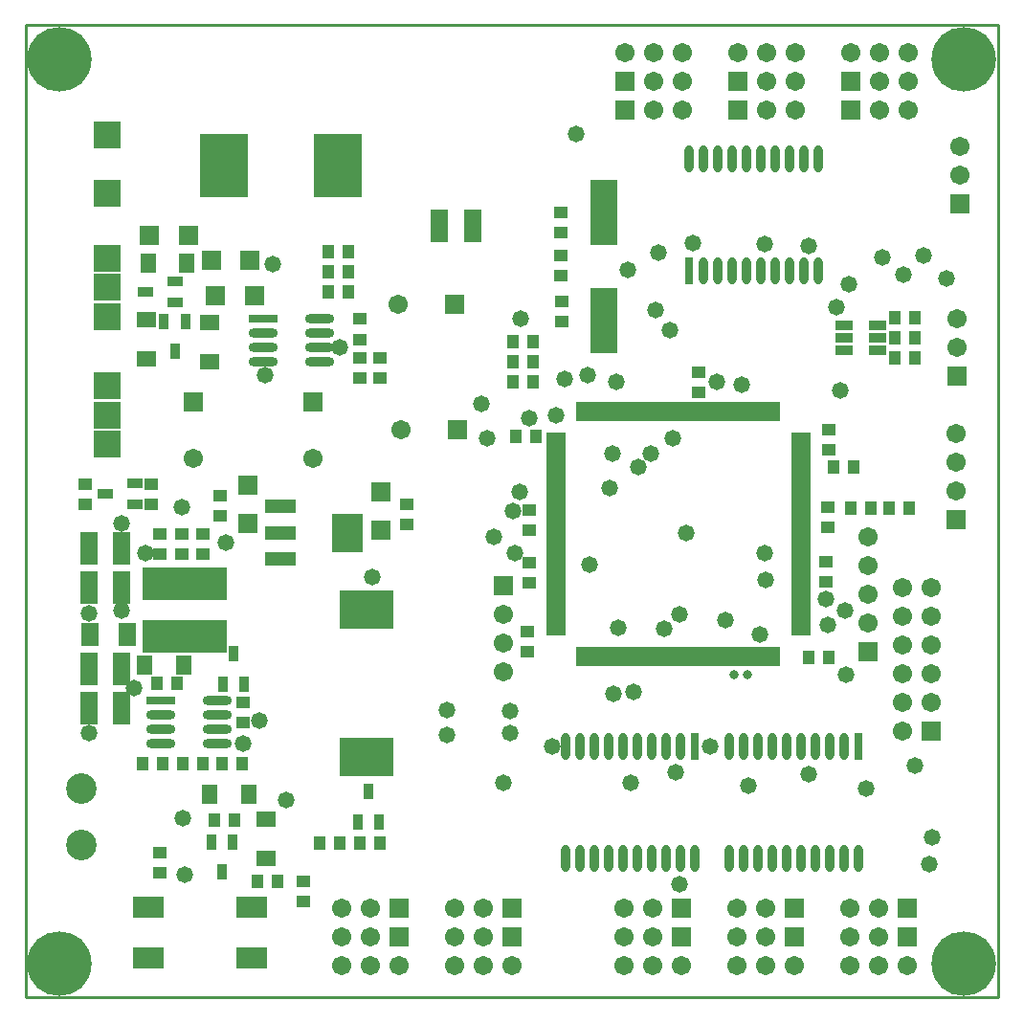
<source format=gts>
%FSLAX25Y25*%
%MOIN*%
G70*
G01*
G75*
G04 Layer_Color=8388736*
%ADD10R,0.03740X0.03150*%
%ADD11C,0.02500*%
%ADD12R,0.03150X0.03740*%
%ADD13R,0.18000X0.12598*%
%ADD14R,0.05118X0.02756*%
%ADD15R,0.02559X0.04724*%
%ADD16O,0.09449X0.02362*%
%ADD17R,0.09449X0.02362*%
%ADD18R,0.28740X0.10433*%
%ADD19R,0.04921X0.06299*%
%ADD20R,0.05500X0.07600*%
%ADD21R,0.05118X0.10630*%
%ADD22R,0.06299X0.06299*%
%ADD23R,0.04724X0.02559*%
%ADD24R,0.15748X0.21654*%
%ADD25R,0.06299X0.04921*%
%ADD26R,0.10000X0.07000*%
%ADD27R,0.06299X0.06299*%
%ADD28R,0.05906X0.01300*%
%ADD29R,0.01300X0.05906*%
%ADD30R,0.10039X0.12992*%
%ADD31R,0.10039X0.03740*%
%ADD32R,0.09000X0.22000*%
%ADD33O,0.02362X0.08661*%
%ADD34R,0.02362X0.08661*%
%ADD35C,0.01000*%
%ADD36C,0.02000*%
%ADD37C,0.03000*%
%ADD38C,0.06000*%
%ADD39C,0.05906*%
%ADD40R,0.05906X0.05906*%
%ADD41C,0.09843*%
%ADD42R,0.08400X0.08400*%
%ADD43R,0.05906X0.05906*%
%ADD44C,0.21654*%
%ADD45C,0.05000*%
%ADD46R,0.07500X0.05000*%
%ADD47R,0.04724X0.02165*%
%ADD48C,0.00787*%
%ADD49C,0.00984*%
%ADD50C,0.00800*%
%ADD51C,0.00394*%
%ADD52C,0.00591*%
%ADD53R,0.04540X0.03950*%
%ADD54C,0.03300*%
%ADD55R,0.03950X0.04540*%
%ADD56R,0.18800X0.13398*%
%ADD57R,0.05918X0.03556*%
%ADD58R,0.03359X0.05524*%
%ADD59O,0.10249X0.03162*%
%ADD60R,0.10249X0.03162*%
%ADD61R,0.29540X0.11233*%
%ADD62R,0.05721X0.07099*%
%ADD63R,0.06300X0.08400*%
%ADD64R,0.05918X0.11430*%
%ADD65R,0.07099X0.07099*%
%ADD66R,0.05524X0.03359*%
%ADD67R,0.16548X0.22453*%
%ADD68R,0.07099X0.05721*%
%ADD69R,0.10800X0.07800*%
%ADD70R,0.07099X0.07099*%
%ADD71R,0.06506X0.01900*%
%ADD72R,0.01900X0.06506*%
%ADD73R,0.10839X0.13792*%
%ADD74R,0.10839X0.04540*%
%ADD75R,0.09800X0.22800*%
%ADD76O,0.03162X0.09461*%
%ADD77R,0.03162X0.09461*%
%ADD78C,0.06706*%
%ADD79R,0.06706X0.06706*%
%ADD80C,0.10642*%
%ADD81R,0.09200X0.09200*%
%ADD82R,0.06706X0.06706*%
%ADD83C,0.22453*%
%ADD84C,0.05800*%
D35*
X-326772Y801791D02*
X11811D01*
Y463209D02*
Y801791D01*
X-326772Y463209D02*
Y801791D01*
Y463209D02*
X11811D01*
D53*
X-92500Y673957D02*
D03*
Y681043D02*
D03*
X-152000Y590543D02*
D03*
Y583457D02*
D03*
X-151500Y614543D02*
D03*
Y607457D02*
D03*
X-48000Y607957D02*
D03*
Y615043D02*
D03*
X-47500Y626957D02*
D03*
Y634043D02*
D03*
X-47000Y653957D02*
D03*
Y661043D02*
D03*
X-151500Y633043D02*
D03*
Y625957D02*
D03*
X-280000Y617457D02*
D03*
Y624543D02*
D03*
X-272500Y624543D02*
D03*
Y617457D02*
D03*
X-251000Y566043D02*
D03*
Y558957D02*
D03*
X-265000Y624543D02*
D03*
Y617457D02*
D03*
X-210421Y678862D02*
D03*
Y685949D02*
D03*
X-203421Y685949D02*
D03*
Y678862D02*
D03*
X-210421Y692362D02*
D03*
Y699449D02*
D03*
X-306000Y634957D02*
D03*
Y642043D02*
D03*
X-280000Y506457D02*
D03*
Y513543D02*
D03*
X-283000Y642043D02*
D03*
Y634957D02*
D03*
X-230000Y503543D02*
D03*
Y496457D02*
D03*
X-259000Y638043D02*
D03*
Y630957D02*
D03*
X-194000Y627957D02*
D03*
Y635043D02*
D03*
X-140500Y721543D02*
D03*
Y714457D02*
D03*
Y729457D02*
D03*
Y736543D02*
D03*
X-140000Y698457D02*
D03*
Y705543D02*
D03*
D54*
X-80000Y575500D02*
D03*
X-75500D02*
D03*
D55*
X-46957Y581500D02*
D03*
X-54043D02*
D03*
X-148957Y658500D02*
D03*
X-156043D02*
D03*
X-224543Y517000D02*
D03*
X-217457D02*
D03*
X-203457D02*
D03*
X-210543D02*
D03*
X-24043Y700000D02*
D03*
X-16957D02*
D03*
X-24043Y693000D02*
D03*
X-16957D02*
D03*
X-24043Y686000D02*
D03*
X-16957D02*
D03*
X-281043Y572500D02*
D03*
X-273957D02*
D03*
X-251457Y544500D02*
D03*
X-258543D02*
D03*
X-278957D02*
D03*
X-286043D02*
D03*
X-264957D02*
D03*
X-272043D02*
D03*
X-221465Y722905D02*
D03*
X-214378D02*
D03*
X-221465Y708906D02*
D03*
X-214378D02*
D03*
Y715906D02*
D03*
X-221465D02*
D03*
X-246043Y503500D02*
D03*
X-238957D02*
D03*
X-261043Y525000D02*
D03*
X-253957D02*
D03*
X-157043Y691500D02*
D03*
X-149957D02*
D03*
X-157043Y684500D02*
D03*
X-149957D02*
D03*
X-26043Y633500D02*
D03*
X-18957D02*
D03*
X-45543Y648000D02*
D03*
X-38457D02*
D03*
X-32457Y633500D02*
D03*
X-39543D02*
D03*
X-157043Y677500D02*
D03*
X-149957D02*
D03*
D56*
X-208000Y546910D02*
D03*
Y598091D02*
D03*
D57*
X-41807Y688669D02*
D03*
Y693000D02*
D03*
Y697331D02*
D03*
X-30193D02*
D03*
Y693000D02*
D03*
X-30193Y688669D02*
D03*
D58*
X-203760Y524276D02*
D03*
X-211240D02*
D03*
X-207500Y534724D02*
D03*
X-250760Y572276D02*
D03*
X-258240D02*
D03*
X-254500Y582724D02*
D03*
X-274921Y688181D02*
D03*
X-271181Y698630D02*
D03*
X-278661D02*
D03*
X-262240Y517224D02*
D03*
X-254760D02*
D03*
X-258500Y506776D02*
D03*
D59*
X-260157Y551500D02*
D03*
Y556500D02*
D03*
Y561500D02*
D03*
Y566500D02*
D03*
X-279842Y551500D02*
D03*
Y556500D02*
D03*
Y561500D02*
D03*
X-224579Y684406D02*
D03*
Y689405D02*
D03*
Y694406D02*
D03*
Y699405D02*
D03*
X-244264Y684406D02*
D03*
Y689405D02*
D03*
Y694406D02*
D03*
D60*
X-279842Y566500D02*
D03*
X-244264Y699405D02*
D03*
D61*
X-271500Y607154D02*
D03*
Y588846D02*
D03*
D62*
X-285291Y579000D02*
D03*
X-271709D02*
D03*
X-270630Y718905D02*
D03*
X-284213D02*
D03*
X-262791Y534000D02*
D03*
X-249209D02*
D03*
D63*
X-291525Y589500D02*
D03*
X-304475D02*
D03*
D64*
X-293291Y619500D02*
D03*
X-304709D02*
D03*
X-293291Y606000D02*
D03*
X-304709D02*
D03*
X-293291Y577500D02*
D03*
X-304709D02*
D03*
X-293291Y564000D02*
D03*
X-304709D02*
D03*
X-171213Y731906D02*
D03*
X-182630D02*
D03*
D65*
X-247228Y707406D02*
D03*
X-260614D02*
D03*
X-248728Y719906D02*
D03*
X-262114D02*
D03*
X-270228Y728406D02*
D03*
X-283614D02*
D03*
D66*
X-285146Y708906D02*
D03*
X-274697Y705165D02*
D03*
Y712646D02*
D03*
X-288776Y642240D02*
D03*
Y634760D02*
D03*
X-299224Y638500D02*
D03*
D67*
X-257606Y752906D02*
D03*
X-218236D02*
D03*
D68*
X-284921Y699197D02*
D03*
Y685614D02*
D03*
X-262921Y698197D02*
D03*
Y684614D02*
D03*
X-243000Y525291D02*
D03*
Y511709D02*
D03*
D69*
X-284000Y476743D02*
D03*
Y494459D02*
D03*
X-248000D02*
D03*
Y476743D02*
D03*
D70*
X-249500Y641693D02*
D03*
Y628307D02*
D03*
X-203000Y625807D02*
D03*
Y639193D02*
D03*
D71*
X-142217Y599894D02*
D03*
Y597925D02*
D03*
Y595957D02*
D03*
Y593988D02*
D03*
Y592020D02*
D03*
Y590051D02*
D03*
Y607768D02*
D03*
Y605799D02*
D03*
Y603831D02*
D03*
Y601862D02*
D03*
Y611705D02*
D03*
Y609736D02*
D03*
Y653043D02*
D03*
Y651075D02*
D03*
Y649106D02*
D03*
Y637295D02*
D03*
Y639264D02*
D03*
Y641232D02*
D03*
Y643201D02*
D03*
Y645169D02*
D03*
Y647138D02*
D03*
Y633358D02*
D03*
Y635327D02*
D03*
Y658949D02*
D03*
Y656980D02*
D03*
Y655012D02*
D03*
Y625484D02*
D03*
Y627453D02*
D03*
Y629421D02*
D03*
Y631390D02*
D03*
Y613673D02*
D03*
Y615642D02*
D03*
Y617610D02*
D03*
Y619579D02*
D03*
Y621547D02*
D03*
Y623516D02*
D03*
X-56783D02*
D03*
Y621547D02*
D03*
Y619579D02*
D03*
Y617610D02*
D03*
Y615642D02*
D03*
Y613673D02*
D03*
Y631390D02*
D03*
Y629421D02*
D03*
Y627453D02*
D03*
Y625484D02*
D03*
Y655012D02*
D03*
Y656980D02*
D03*
Y658949D02*
D03*
Y635327D02*
D03*
Y633358D02*
D03*
Y647138D02*
D03*
Y645169D02*
D03*
Y643201D02*
D03*
Y641232D02*
D03*
Y639264D02*
D03*
Y637295D02*
D03*
Y649106D02*
D03*
Y651075D02*
D03*
Y653043D02*
D03*
Y609736D02*
D03*
Y611705D02*
D03*
Y601862D02*
D03*
Y603831D02*
D03*
Y605799D02*
D03*
Y607768D02*
D03*
Y590051D02*
D03*
Y592020D02*
D03*
Y593988D02*
D03*
Y595957D02*
D03*
Y597925D02*
D03*
Y599894D02*
D03*
D72*
X-100484Y667216D02*
D03*
X-102453D02*
D03*
X-104421D02*
D03*
X-106390D02*
D03*
X-108358D02*
D03*
X-110327D02*
D03*
X-92610D02*
D03*
X-94579D02*
D03*
X-96547D02*
D03*
X-98516D02*
D03*
X-68988D02*
D03*
X-67020D02*
D03*
X-65051D02*
D03*
X-88673D02*
D03*
X-90642D02*
D03*
X-76862D02*
D03*
X-78831D02*
D03*
X-80799D02*
D03*
X-82768D02*
D03*
X-84736D02*
D03*
X-86705D02*
D03*
X-74894D02*
D03*
X-72925D02*
D03*
X-70957D02*
D03*
X-114264D02*
D03*
X-112295D02*
D03*
X-122138D02*
D03*
X-120169D02*
D03*
X-118201D02*
D03*
X-116232D02*
D03*
X-133949D02*
D03*
X-131980D02*
D03*
X-130012D02*
D03*
X-128043D02*
D03*
X-126075D02*
D03*
X-124106D02*
D03*
Y581783D02*
D03*
X-126075D02*
D03*
X-128043D02*
D03*
X-130012D02*
D03*
X-131980D02*
D03*
X-133949D02*
D03*
X-116232D02*
D03*
X-118201D02*
D03*
X-120169D02*
D03*
X-122138D02*
D03*
X-112295D02*
D03*
X-114264D02*
D03*
X-70957D02*
D03*
X-72925D02*
D03*
X-74894D02*
D03*
X-86705D02*
D03*
X-84736D02*
D03*
X-82768D02*
D03*
X-80799D02*
D03*
X-78831D02*
D03*
X-76862D02*
D03*
X-90642D02*
D03*
X-88673D02*
D03*
X-65051D02*
D03*
X-67020D02*
D03*
X-68988D02*
D03*
X-98516D02*
D03*
X-96547D02*
D03*
X-94579D02*
D03*
X-92610D02*
D03*
X-110327D02*
D03*
X-108358D02*
D03*
X-106390D02*
D03*
X-104421D02*
D03*
X-102453D02*
D03*
X-100484D02*
D03*
D73*
X-214787Y625000D02*
D03*
D74*
X-238213Y615945D02*
D03*
Y625000D02*
D03*
Y634055D02*
D03*
D75*
X-125500Y736500D02*
D03*
Y699000D02*
D03*
D76*
X-138610Y550555D02*
D03*
Y511657D02*
D03*
X-133610D02*
D03*
Y550555D02*
D03*
X-98610D02*
D03*
X-103610D02*
D03*
X-108610D02*
D03*
X-113610D02*
D03*
X-118610D02*
D03*
X-123610D02*
D03*
X-98610Y511657D02*
D03*
X-103610D02*
D03*
X-108610D02*
D03*
X-113610D02*
D03*
X-118610D02*
D03*
X-123610D02*
D03*
X-128610D02*
D03*
X-93610D02*
D03*
X-128610Y550555D02*
D03*
X-81610D02*
D03*
Y511657D02*
D03*
X-76610D02*
D03*
Y550555D02*
D03*
X-41610D02*
D03*
X-46610D02*
D03*
X-51610D02*
D03*
X-56610D02*
D03*
X-61610D02*
D03*
X-66610D02*
D03*
X-41610Y511657D02*
D03*
X-46610D02*
D03*
X-51610D02*
D03*
X-56610D02*
D03*
X-61610D02*
D03*
X-66610D02*
D03*
X-71610D02*
D03*
X-36610D02*
D03*
X-71610Y550555D02*
D03*
X-50710Y716358D02*
D03*
Y755255D02*
D03*
X-55710D02*
D03*
Y716358D02*
D03*
X-90710D02*
D03*
X-85710D02*
D03*
X-80710D02*
D03*
X-75710D02*
D03*
X-70710D02*
D03*
X-65710D02*
D03*
X-90710Y755255D02*
D03*
X-85710D02*
D03*
X-80710D02*
D03*
X-75710D02*
D03*
X-70710D02*
D03*
X-65710D02*
D03*
X-60710D02*
D03*
X-95710D02*
D03*
X-60710Y716358D02*
D03*
D77*
X-93610Y550555D02*
D03*
X-36610D02*
D03*
X-95710Y716358D02*
D03*
D78*
X-160500Y576500D02*
D03*
Y586500D02*
D03*
Y596500D02*
D03*
X-2500Y689500D02*
D03*
Y699500D02*
D03*
X-11500Y566000D02*
D03*
Y576000D02*
D03*
Y586000D02*
D03*
Y596000D02*
D03*
Y606000D02*
D03*
X-21500Y556000D02*
D03*
Y566000D02*
D03*
Y576000D02*
D03*
Y586000D02*
D03*
Y596000D02*
D03*
Y606000D02*
D03*
X-195964Y660906D02*
D03*
X-226921Y650863D02*
D03*
X-268421D02*
D03*
X-196964Y704405D02*
D03*
X-58740Y772106D02*
D03*
X-68740D02*
D03*
X-98110D02*
D03*
X-108110D02*
D03*
X-39685Y494319D02*
D03*
X-29685D02*
D03*
X-216850D02*
D03*
X-206850D02*
D03*
X-177480D02*
D03*
X-167480D02*
D03*
X-118425D02*
D03*
X-108425D02*
D03*
X-79055D02*
D03*
X-69055D02*
D03*
X-118425Y474319D02*
D03*
X-108425D02*
D03*
X-98425D02*
D03*
X-118425Y484319D02*
D03*
X-108425D02*
D03*
X-79055Y474319D02*
D03*
X-69055D02*
D03*
X-59055D02*
D03*
X-79055Y484319D02*
D03*
X-69055D02*
D03*
X-39685Y474319D02*
D03*
X-29685D02*
D03*
X-19685D02*
D03*
X-39685Y484319D02*
D03*
X-29685D02*
D03*
X-19370Y792106D02*
D03*
X-29370D02*
D03*
X-39370D02*
D03*
X-19370Y782106D02*
D03*
X-29370D02*
D03*
X-58740Y792106D02*
D03*
X-68740D02*
D03*
X-78740D02*
D03*
X-58740Y782106D02*
D03*
X-68740D02*
D03*
X-98110Y792106D02*
D03*
X-108110D02*
D03*
X-118110D02*
D03*
X-98110Y782106D02*
D03*
X-108110D02*
D03*
X-216850Y474319D02*
D03*
X-206850D02*
D03*
X-196850D02*
D03*
X-216850Y484319D02*
D03*
X-206850D02*
D03*
X-177480Y474319D02*
D03*
X-167480D02*
D03*
X-157480D02*
D03*
X-177480Y484319D02*
D03*
X-167480D02*
D03*
X-19370Y772106D02*
D03*
X-29370D02*
D03*
X-2910Y639406D02*
D03*
Y649406D02*
D03*
Y659406D02*
D03*
X-1500Y759500D02*
D03*
Y749500D02*
D03*
X-33500Y593500D02*
D03*
Y603500D02*
D03*
Y613500D02*
D03*
Y623500D02*
D03*
D79*
X-160500Y606500D02*
D03*
X-2500Y679500D02*
D03*
X-11500Y556000D02*
D03*
X-226921Y670548D02*
D03*
X-268421D02*
D03*
X-2910Y629406D02*
D03*
X-1500Y739500D02*
D03*
X-33500Y583500D02*
D03*
D80*
X-307500Y535843D02*
D03*
Y516157D02*
D03*
D81*
X-298421Y700206D02*
D03*
Y720606D02*
D03*
Y710405D02*
D03*
X-298421Y763605D02*
D03*
Y743205D02*
D03*
X-298421Y666000D02*
D03*
Y676200D02*
D03*
Y655800D02*
D03*
D82*
X-176279Y660906D02*
D03*
X-177279Y704405D02*
D03*
X-78740Y772106D02*
D03*
X-118110D02*
D03*
X-19685Y494319D02*
D03*
X-196850D02*
D03*
X-157480D02*
D03*
X-98425D02*
D03*
X-59055D02*
D03*
X-98425Y484319D02*
D03*
X-59055D02*
D03*
X-19685D02*
D03*
X-39370Y782106D02*
D03*
X-78740D02*
D03*
X-118110D02*
D03*
X-196850Y484319D02*
D03*
X-157480D02*
D03*
X-39370Y772106D02*
D03*
D83*
X0Y475020D02*
D03*
X-314961D02*
D03*
Y789980D02*
D03*
X0D02*
D03*
D84*
X-160520Y538020D02*
D03*
X-154700Y639100D02*
D03*
X-180000Y563100D02*
D03*
X-158000Y562900D02*
D03*
X-180000Y554400D02*
D03*
X-158100Y555200D02*
D03*
X-206000Y609500D02*
D03*
X-168000Y670000D02*
D03*
X-40000Y711500D02*
D03*
X-43000Y674500D02*
D03*
X-117000Y716715D02*
D03*
X-135000Y764000D02*
D03*
X-44500Y703500D02*
D03*
X-130500Y614000D02*
D03*
X-41425Y597925D02*
D03*
X-48000Y602000D02*
D03*
X-47500Y593000D02*
D03*
X-143500Y550500D02*
D03*
X-88445Y550555D02*
D03*
X-11000Y519000D02*
D03*
X-99000Y502500D02*
D03*
X-12000Y509500D02*
D03*
X-41000Y575500D02*
D03*
X-83000Y594500D02*
D03*
X-99000Y596500D02*
D03*
X-120500Y592000D02*
D03*
X-104500Y591500D02*
D03*
X-69500Y618000D02*
D03*
X-69000Y608500D02*
D03*
X-166000Y658000D02*
D03*
X-139000Y678500D02*
D03*
X-142217Y665717D02*
D03*
X-71000Y589500D02*
D03*
X-151500Y665000D02*
D03*
X-156500Y618000D02*
D03*
X-157000Y632500D02*
D03*
X-122000Y569000D02*
D03*
X-115000Y569500D02*
D03*
X-123500Y640500D02*
D03*
X-236000Y532000D02*
D03*
X-101500Y658000D02*
D03*
X-109000Y652500D02*
D03*
X-113500Y648000D02*
D03*
X-122500Y652500D02*
D03*
X-131000Y680000D02*
D03*
X-107500Y702500D02*
D03*
X-121000Y677500D02*
D03*
X-102500Y695500D02*
D03*
X-6000Y713500D02*
D03*
X-21000Y715000D02*
D03*
X-14000Y721500D02*
D03*
X-54000Y725000D02*
D03*
X-86000Y677500D02*
D03*
X-77500Y676500D02*
D03*
X-94500Y726000D02*
D03*
X-28500Y721000D02*
D03*
X-69500Y725563D02*
D03*
X-106500Y722500D02*
D03*
X-272000Y525500D02*
D03*
X-271500Y506000D02*
D03*
X-272500Y634000D02*
D03*
X-285000Y618000D02*
D03*
X-293291Y628291D02*
D03*
X-304709Y597000D02*
D03*
X-293291Y597791D02*
D03*
X-257000Y621500D02*
D03*
X-251000Y551500D02*
D03*
X-245500Y559500D02*
D03*
X-304709Y555209D02*
D03*
X-289000Y571000D02*
D03*
X-243421Y679906D02*
D03*
X-240921Y718405D02*
D03*
X-217421Y689405D02*
D03*
X-100457Y541476D02*
D03*
X-116000Y538020D02*
D03*
X-17000Y544020D02*
D03*
X-34000Y536020D02*
D03*
X-54000Y541020D02*
D03*
X-75000Y537020D02*
D03*
X-154400Y699600D02*
D03*
X-163900Y623600D02*
D03*
X-96600Y625000D02*
D03*
M02*

</source>
